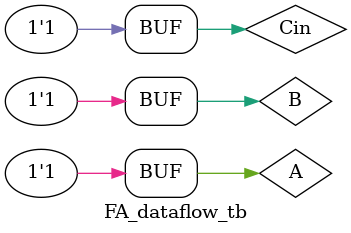
<source format=v>
`timescale 100ps/ 10ps
module FA_dataflow_tb();
reg A,B,Cin;
wire S,Cout;

FA_dataflow tb(
.A(A),
.B(B),
.Cin(Cin),
.S(S),
.Cout(Cout)
);


initial
begin
$monitor($time, "A=%b, B=%b, Cin=%b, S=%b, Cout=%b \n", A,B,Cin,S,Cout);
end


initial begin
A = 0;
B = 0;
Cin = 0;
#5;
A = 0;
B = 0;
Cin = 1;
#5;
A = 0;
B = 1;
Cin = 0;
#5;
A = 0;
B = 1;
Cin = 1;
#5;
A = 1;
B = 0;
Cin = 0;
#5;
A = 1;
B = 0;
Cin = 1;
#5;
A = 1;
B = 1;
Cin = 0;
#5;
A = 1;
B = 1;
Cin = 1;
#5;
end

endmodule

</source>
